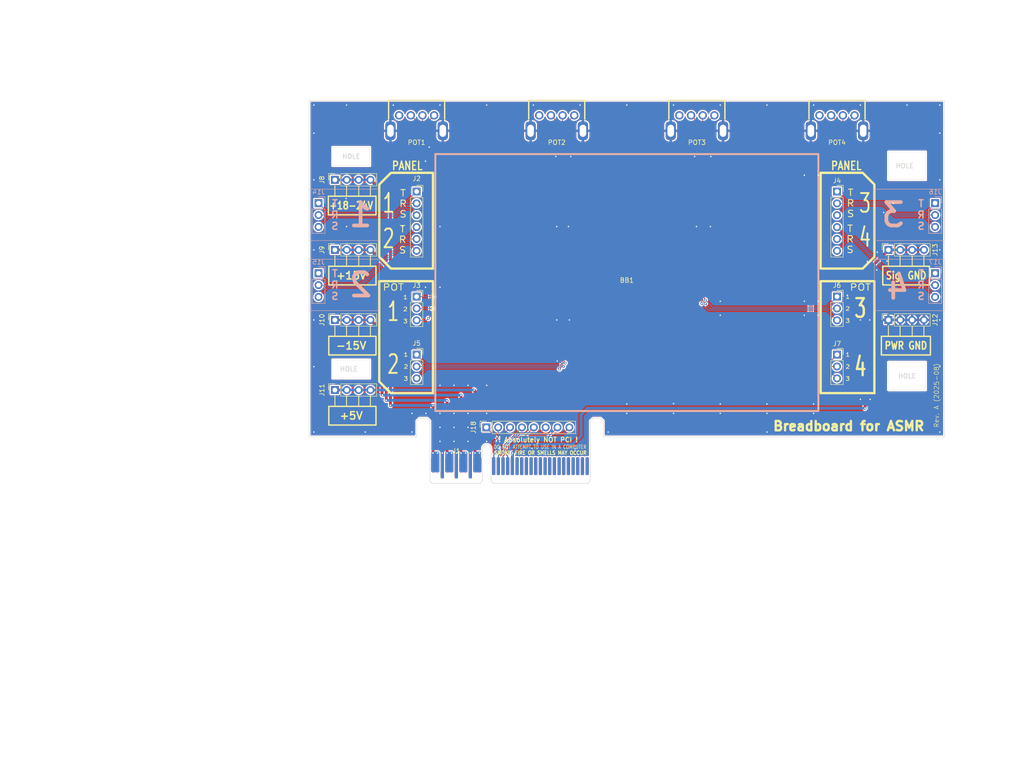
<source format=kicad_pcb>
(kicad_pcb (version 20241229) (generator "pcbnew") (generator_version "9.0")
  (title_block (title "Dream Land Prototyping PCB") (date "2025-09-09") (rev "A") (company "by Circuit Monkey") (comment 1 "for ASMR :: Advanced Synth Module Rack") (comment 2 "Prototyping Breadboard Slot Card for ASMR"))
  (layers (0 "F.Cu" signal) (2 "B.Cu" signal) (13 "F.Paste" user) (15 "B.Paste" user) (5 "F.SilkS" user "F.Silkscreen") (7 "B.SilkS" user "B.Silkscreen") (1 "F.Mask" user) (3 "B.Mask" user) (25 "Edge.Cuts" user))
  (net 0 "")
  (net 1 "+5V")
  (net 2 "+15V")
  (net 3 "GNDS")
  (net 4 "-15V")
  (net 18 "GND_CH")
  (net 20 "Net-(J1-Slot)")
  (net 39 "Net-(J3-Pin_2)")
  (net 40 "Net-(J3-Pin_3)")
  (net 41 "Net-(J3-Pin_1)")
  (net 42 "Net-(J5-Pin_1)")
  (net 43 "Net-(J5-Pin_2)")
  (net 44 "Net-(J5-Pin_3)")
  (net 45 "Net-(J6-Pin_1)")
  (net 46 "Net-(J6-Pin_3)")
  (net 47 "Net-(J6-Pin_2)")
  (net 48 "Net-(J7-Pin_3)")
  (net 49 "Net-(J7-Pin_2)")
  (net 50 "Net-(J7-Pin_1)")
  (net 51 "+18-24V")
  (net 52 "Net-(J15-Pin_2)")
  (net 53 "Net-(J15-Pin_1)")
  (net 54 "Net-(J15-Pin_3)")
  (net 55 "Net-(J14-Pin_3)")
  (net 56 "Net-(J14-Pin_1)")
  (net 57 "Net-(J14-Pin_2)")
  (net 58 "Net-(J17-Pin_1)")
  (net 59 "Net-(J16-Pin_3)")
  (net 60 "Net-(J17-Pin_2)")
  (net 61 "Net-(J16-Pin_1)")
  (net 62 "Net-(J17-Pin_3)")
  (net 63 "Net-(J16-Pin_2)")
  (net 64 "Net-(J1-ComB-SCK)")
  (net 65 "Net-(J1-ComB-SDA)")
  (net 66 "Net-(J1-CV)")
  (net 67 "Net-(J1-MIDI_IN)")
  (net 68 "Net-(J1-ComA-SCK)")
  (net 69 "Net-(J1-ComA-SDA)")
  (net 70 "Net-(J1-Gate)")
  (footprint "Connector_PinSocket_2.54mm:PinSocket_1x06_P2.54mm_Vertical" (layer "F.Cu") (at 195 62.5)
    (property "Reference" "J4")
    (property "Value" "Conn_01x06")
  )
  (footprint "Connector_PinSocket_2.54mm:PinSocket_1x03_P2.54mm_Vertical" (layer "F.Cu") (at 195 97.42)
    (property "Reference" "J7")
    (property "Value" "Conn_01x03")
  )
  (footprint "CM_Connector_Header:breadboard-84x55" (layer "F.Cu") (at 150 82)
    (property "Reference" "BB1")
    (property "Value" "Breadboard")
  )
  (footprint "Connector_PinSocket_2.54mm:PinSocket_1x04_P2.54mm_Vertical" (layer "F.Cu") (at 87.5 90 90)
    (property "Reference" "J10")
    (property "Value" "Conn_01x10")
  )
  (footprint "CM_Resistor_Capacitor:pot-thd-ra-11mm" (layer "F.Cu") (at 135 49.5 -90)
    (property "Reference" "POT2")
    (property "Value" "10K Log")
  )
  (footprint "Connector_PinSocket_2.54mm:PinSocket_1x06_P2.54mm_Vertical" (layer "F.Cu") (at 105 62.5)
    (property "Reference" "J2")
    (property "Value" "Conn_01x06")
  )
  (footprint "Connector_PinSocket_2.54mm:PinSocket_1x04_P2.54mm_Vertical" (layer "F.Cu") (at 206 75 90)
    (property "Reference" "J13")
    (property "Value" "Conn_01x10")
  )
  (footprint "Connector_PinSocket_2.54mm:PinSocket_1x03_P2.54mm_Vertical" (layer "F.Cu") (at 105 85)
    (property "Reference" "J3")
    (property "Value" "Conn_01x03")
  )
  (footprint "CM_Resistor_Capacitor:pot-thd-ra-11mm" (layer "F.Cu") (at 195 49.5 -90)
    (property "Reference" "POT4")
    (property "Value" "10K Log")
  )
  (footprint "Connector_PinSocket_2.54mm:PinSocket_1x03_P2.54mm_Vertical" (layer "F.Cu") (at 195 85)
    (property "Reference" "J6")
    (property "Value" "Conn_01x03")
  )
  (footprint "Connector_PinSocket_2.54mm:PinSocket_1x04_P2.54mm_Vertical" (layer "F.Cu") (at 206 90 90)
    (property "Reference" "J12")
    (property "Value" "Conn_01x10")
  )
  (footprint "Connector_PinSocket_2.54mm:PinSocket_1x04_P2.54mm_Vertical" (layer "F.Cu") (at 87.5 75 90)
    (property "Reference" "J9")
    (property "Value" "Conn_01x10")
  )
  (footprint "Connector_PinSocket_2.54mm:PinSocket_1x04_P2.54mm_Vertical" (layer "F.Cu") (at 87.5 60 90)
    (property "Reference" "J8")
    (property "Value" "Conn_01x10")
  )
  (footprint "CM_Resistor_Capacitor:pot-thd-ra-11mm" (layer "F.Cu") (at 165 49.5 -90)
    (property "Reference" "POT3")
    (property "Value" "10K Log")
  )
  (footprint "Connector_PinSocket_2.54mm:PinSocket_1x03_P2.54mm_Vertical" (layer "F.Cu") (at 105 97.42)
    (property "Reference" "J5")
    (property "Value" "Conn_01x03")
  )
  (footprint "Connector_PinSocket_2.54mm:PinSocket_1x08_P2.54mm_Vertical" (layer "F.Cu") (at 119.92 113 90)
    (property "Reference" "J18")
    (property "Value" "Conn_01x08")
  )
  (footprint "Connector_PinSocket_2.54mm:PinSocket_1x04_P2.54mm_Vertical" (layer "F.Cu") (at 87.5 105 90)
    (property "Reference" "J11")
    (property "Value" "Conn_01x10")
  )
  (footprint "CM_Connector_Edge:ASMR-Edge-64" (layer "F.Cu") (at 120 116.6)
    (property "Reference" "J1")
    (property "Value" "~")
    (fp_line (start -15 -5) (end -15 -1.6) (stroke (width 0.1)) (layer "Edge.Cuts"))
    (fp_line (start -14.4 -5.6) (end -15 -5) (stroke (width 0.1)) (layer "Edge.Cuts"))
    (fp_line (start -14.4 -5.6) (end -12.7 -5.6) (stroke (width 0.1)) (layer "Edge.Cuts"))
    (fp_line (start -12.7 -5.6) (end -12.15 -5) (stroke (width 0.1)) (layer "Edge.Cuts"))
    (fp_line (start -12.15 -5) (end -12.15 7.9) (stroke (width 0.1)) (layer "Edge.Cuts"))
    (fp_line (start -12.15 7.9) (end -11.65 8.4) (stroke (width 0.1)) (layer "Edge.Cuts"))
    (fp_line (start -11.65 8.4) (end -1.45 8.4) (stroke (width 0.1)) (layer "Edge.Cuts"))
    (fp_line (start -0.95 0.95) (end -0.95 7.9) (stroke (width 0.1)) (layer "Edge.Cuts"))
    (fp_line (start -0.95 7.9) (end -1.45 8.4) (stroke (width 0.1)) (layer "Edge.Cuts"))
    (fp_line (start 0.95 0.95) (end 0.95 7.9) (stroke (width 0.1)) (layer "Edge.Cuts"))
    (fp_line (start 0.95 7.9) (end 1.45 8.4) (stroke (width 0.1)) (layer "Edge.Cuts"))
    (fp_line (start 1.45 8.4) (end 21.65 8.4) (stroke (width 0.1)) (layer "Edge.Cuts"))
    (fp_line (start 22.15 -5) (end 22.15 7.9) (stroke (width 0.1)) (layer "Edge.Cuts"))
    (fp_line (start 22.15 -5) (end 22.8 -5.6) (stroke (width 0.1)) (layer "Edge.Cuts"))
    (fp_line (start 22.15 7.9) (end 21.65 8.4) (stroke (width 0.1)) (layer "Edge.Cuts"))
    (fp_line (start 22.8 -5.6) (end 24.4 -5.6) (stroke (width 0.1)) (layer "Edge.Cuts"))
    (fp_line (start 24.4 -5.6) (end 25 -5) (stroke (width 0.1)) (layer "Edge.Cuts"))
    (fp_line (start 25 -5) (end 25 -1.6) (stroke (width 0.1)) (layer "Edge.Cuts"))
    (fp_arc (start -0.95 0.95) (mid 0 0) (end 0.95 0.95) (stroke (width 0.1)) (layer "Edge.Cuts"))
  )
  (footprint "CM_Resistor_Capacitor:pot-thd-ra-11mm" (layer "F.Cu") (at 105 49.5 -90)
    (property "Reference" "POT1")
    (property "Value" "10K Log")
  )
  (footprint "Connector_PinHeader_2.54mm:PinHeader_1x03_P2.54mm_Vertical" (layer "B.Cu") (at 84 80 180)
    (property "Reference" "J15")
    (property "Value" "Conn_01x03" (hide yes))
  )
  (footprint "Connector_PinHeader_2.54mm:PinHeader_1x03_P2.54mm_Vertical" (layer "B.Cu") (at 84 65 180)
    (property "Reference" "J14")
    (property "Value" "Conn_01x03" (hide yes))
  )
  (footprint "Connector_PinHeader_2.54mm:PinHeader_1x03_P2.54mm_Vertical" (layer "B.Cu") (at 216 80 180)
    (property "Reference" "J17")
    (property "Value" "Conn_01x03" (hide yes))
  )
  (footprint "Connector_PinHeader_2.54mm:PinHeader_1x03_P2.54mm_Vertical" (layer "B.Cu") (at 216 65 180)
    (property "Reference" "J16")
    (property "Value" "Conn_01x03" (hide yes))
  )
  (gr_line (start 95.1 91.3) (end 95.1 93.5) (stroke (width 0.2)) (layer "F.SilkS"))
  (gr_line (start 87.5 106.3) (end 87.5 108.5) (stroke (width 0.2)) (layer "F.SilkS"))
  (gr_line (start 206 76.3) (end 206 78.5) (stroke (width 0.2)) (layer "F.SilkS"))
  (gr_line (start 95.1 76.3) (end 95.1 78.5) (stroke (width 0.2)) (layer "F.SilkS"))
  (gr_line (start 95.1 61.3) (end 95.1 63.5) (stroke (width 0.2)) (layer "F.SilkS"))
  (gr_rect (start 204.5 93.5) (end 215 97.5) (stroke (width 0.3)) (fill no) (layer "F.SilkS"))
  (gr_line (start 208.5 91.3) (end 208.5 93.5) (stroke (width 0.2)) (layer "F.SilkS"))
  (gr_line (start 92.61 76.33) (end 92.6 78.5) (stroke (width 0.2)) (layer "F.SilkS"))
  (gr_rect (start 86.2 93.5) (end 96.3 97.5) (stroke (width 0.3)) (fill no) (layer "F.SilkS"))
  (gr_line (start 213.6 91.3) (end 213.6 93.5) (stroke (width 0.2)) (layer "F.SilkS"))
  (gr_line (start 87.5 91.3) (end 87.5 93.5) (stroke (width 0.2)) (layer "F.SilkS"))
  (gr_poly (pts (xy 191.5 58.5) (xy 200.5 58.5) (xy 203 61) (xy 203 76.5) (xy 200.5 79) (xy 191.5 79)) (stroke (width 0.5)) (fill no) (layer "F.SilkS"))
  (gr_line (start 206 91.3) (end 206 93.5) (stroke (width 0.2)) (layer "F.SilkS"))
  (gr_line (start 92.61 61.33) (end 92.6 63.5) (stroke (width 0.2)) (layer "F.SilkS"))
  (gr_poly (pts (xy 108.5 81.7) (xy 97 81.7) (xy 97 103.2) (xy 99.46 105.66) (xy 108.5 105.66)) (stroke (width 0.5)) (fill no) (layer "F.SilkS"))
  (gr_line (start 213.6 76.3) (end 213.6 78.5) (stroke (width 0.2)) (layer "F.SilkS"))
  (gr_poly (pts (xy 191.5 81.7) (xy 203 81.7) (xy 203 105.66) (xy 191.5 105.66)) (stroke (width 0.5)) (fill no) (layer "F.SilkS"))
  (gr_line (start 211.1 91.33) (end 211.1 93.5) (stroke (width 0.2)) (layer "F.SilkS"))
  (gr_line (start 90 61.3) (end 90 63.5) (stroke (width 0.2)) (layer "F.SilkS"))
  (gr_rect (start 86.2 78.5) (end 96.3 82.5) (stroke (width 0.3)) (fill no) (layer "F.SilkS"))
  (gr_line (start 90 106.3) (end 90 108.5) (stroke (width 0.2)) (layer "F.SilkS"))
  (gr_line (start 90 76.3) (end 90 78.5) (stroke (width 0.2)) (layer "F.SilkS"))
  (gr_line (start 87.5 61.3) (end 87.5 63.5) (stroke (width 0.2)) (layer "F.SilkS"))
  (gr_line (start 92.61 106.33) (end 92.6 108.5) (stroke (width 0.2)) (layer "F.SilkS"))
  (gr_line (start 90 91.3) (end 90 93.5) (stroke (width 0.2)) (layer "F.SilkS"))
  (gr_rect (start 86.2 108.5) (end 96.3 112.5) (stroke (width 0.3)) (fill no) (layer "F.SilkS"))
  (gr_line (start 211.1 76.33) (end 211.1 78.5) (stroke (width 0.2)) (layer "F.SilkS"))
  (gr_rect (start 204.8 78.5) (end 214.8 82.5) (stroke (width 0.3)) (fill no) (layer "F.SilkS"))
  (gr_line (start 95.1 106.3) (end 95.1 108.5) (stroke (width 0.2)) (layer "F.SilkS"))
  (gr_poly (pts (xy 108.5 58.5) (xy 99.5 58.5) (xy 97 61) (xy 97 76.5) (xy 99.5 79) (xy 108.5 79)) (stroke (width 0.5)) (fill no) (layer "F.SilkS"))
  (gr_line (start 92.61 91.33) (end 92.6 93.5) (stroke (width 0.2)) (layer "F.SilkS"))
  (gr_line (start 208.5 76.3) (end 208.5 78.5) (stroke (width 0.2)) (layer "F.SilkS"))
  (gr_rect (start 86.1 63.5) (end 96.3 67.5) (stroke (width 0.3)) (fill no) (layer "F.SilkS"))
  (gr_line (start 87.5 76.3) (end 87.5 78.5) (stroke (width 0.2)) (layer "F.SilkS"))
  (gr_rect (start 109 54.5) (end 191 109.5) (stroke (width 0.4)) (fill no) (layer "B.SilkS"))
  (gr_rect (start 203 77) (end 218 88) (stroke (width 0.1)) (fill no) (layer "B.SilkS"))
  (gr_rect (start 82 77) (end 97 88) (stroke (width 0.1)) (fill no) (layer "B.SilkS"))
  (gr_rect (start 82 62) (end 97 73) (stroke (width 0.1)) (fill no) (layer "B.SilkS"))
  (gr_rect (start 203 62) (end 218 73) (stroke (width 0.1)) (fill no) (layer "B.SilkS"))
  (gr_line (start 218 43) (end 218 115) (stroke (width 0.1)) (layer "Edge.Cuts"))
  (gr_line (start 82 43) (end 218 43) (stroke (width 0.1)) (layer "Edge.Cuts"))
  (gr_rect (start 206 99) (end 214 105) (stroke (width 0.05)) (fill no) (layer "Edge.Cuts"))
  (gr_rect (start 87 98.5) (end 95 102.5) (stroke (width 0.05)) (fill no) (layer "Edge.Cuts"))
  (gr_line (start 105 115) (end 82 115) (stroke (width 0.1)) (layer "Edge.Cuts"))
  (gr_line (start 82 115) (end 82 43) (stroke (width 0.1)) (layer "Edge.Cuts"))
  (gr_rect (start 87 53) (end 95 57) (stroke (width 0.05)) (fill no) (layer "Edge.Cuts"))
  (gr_rect (start 206 54) (end 214 60) (stroke (width 0.05)) (fill no) (layer "Edge.Cuts"))
  (gr_line (start 218 115) (end 145 115) (stroke (width 0.1)) (layer "Edge.Cuts"))
  (gr_text "POT" (at 100 83 0) (layer "F.SilkS") (effects (font (size 1.4 1.6) (thickness 0.2) (bold yes))))
  (gr_text "+18-24V" (at 91 65.5 0) (layer "F.SilkS") (effects (font (size 1.6 1.3) (thickness 0.3) (bold yes))))
  (gr_text "+15V" (at 91 80.5 0) (layer "F.SilkS") (effects (font (size 1.6 1.6) (thickness 0.3) (bold yes))))
  (gr_text "SMOKE, FIRE OR SMELLS MAY OCCUR" (at 131.5 118.45 0) (layer "F.SilkS") (effects (font (size 0.8 0.7) (thickness 0.175) (bold yes))))
  (gr_text "4" (at 201 72.3 0) (layer "F.SilkS") (effects (font (size 4 2.6) (thickness 0.4))))
  (gr_text "POT" (at 200 83 0) (layer "F.SilkS") (effects (font (size 1.4 1.6) (thickness 0.2) (bold yes))))
  (gr_text "T\nR\nS" (at 197.8 72.7 0) (layer "F.SilkS") (effects (font (size 1.4 1.6) (thickness 0.2) (bold yes))))
  (gr_text "1" (at 99 65 0) (layer "F.SilkS") (effects (font (size 4 2.6) (thickness 0.4))))
  (gr_text "PANEL" (at 197 57 0) (layer "F.SilkS") (effects (font (size 1.8 1.4) (thickness 0.3) (bold yes))))
  (gr_text "T\nR\nS" (at 102 72.8 0) (layer "F.SilkS") (effects (font (size 1.4 1.6) (thickness 0.2) (bold yes))))
  (gr_text "! Absolutely NOT PCI !" (at 131 115.65 0) (layer "F.SilkS") (effects (font (size 1 1) (thickness 0.2) (bold yes))))
  (gr_text "1\n\n2\n\n3" (at 197.3 87.6 0) (layer "F.SilkS") (effects (font (size 0.8 1))))
  (gr_text "1\n\n2\n\n3" (at 197.3 100 0) (layer "F.SilkS") (effects (font (size 0.8 1))))
  (gr_text "+5V" (at 91 110.5 0) (layer "F.SilkS") (effects (font (size 1.6 1.6) (thickness 0.3) (bold yes))))
  (gr_text "2" (at 99 72.6 0) (layer "F.SilkS") (effects (font (size 4 2.6) (thickness 0.4))))
  (gr_text "PWR GND" (at 209.75 95.5 0) (layer "F.SilkS") (effects (font (size 1.6 1.3) (thickness 0.3) (bold yes))))
  (gr_text "T\nR\nS" (at 197.9 65 0) (layer "F.SilkS") (effects (font (size 1.4 1.6) (thickness 0.2) (bold yes))))
  (gr_text "Rev. A (2025-08)" (at 216.9 113.1 90) (layer "F.SilkS") (effects (font (size 1 1) (thickness 0.1)) (justify left bottom)))
  (gr_text "1" (at 100 88.2 0) (layer "F.SilkS") (effects (font (size 4 2.6) (thickness 0.4))))
  (gr_text "1\n\n2\n\n3" (at 102.6 87.7 0) (layer "F.SilkS") (effects (font (size 0.8 1))))
  (gr_text "Breadboard for ASMR" (at 197.5 113.9 0) (layer "F.SilkS") (effects (font (size 2 2) (thickness 0.5) (bold yes)) (justify bottom)))
  (gr_text "3" (at 200 87.5 0) (layer "F.SilkS") (effects (font (size 4 2.6) (thickness 0.5))))
  (gr_text "2" (at 100 99.5 0) (layer "F.SilkS") (effects (font (size 4 2.6) (thickness 0.4))))
  (gr_text "4" (at 200 100 0) (layer "F.SilkS") (effects (font (size 4 2.6) (thickness 0.5))))
  (gr_text "DO NOT ATTEMPT TO USE IN A COMPUTER" (at 131.45 117.2 0) (layer "F.SilkS") (effects (font (size 0.8 0.63) (thickness 0.1))))
  (gr_text "1\n\n2\n\n3" (at 102.7 100 0) (layer "F.SilkS") (effects (font (size 0.8 1))))
  (gr_text "3" (at 201 65 0) (layer "F.SilkS") (effects (font (size 4 2.6) (thickness 0.4))))
  (gr_text "-15V" (at 91 95.5 0) (layer "F.SilkS") (effects (font (size 1.6 1.6) (thickness 0.3) (bold yes))))
  (gr_text "T\nR\nS" (at 102.1 65.1 0) (layer "F.SilkS") (effects (font (size 1.4 1.6) (thickness 0.2) (bold yes))))
  (gr_text "PANEL" (at 103 57 0) (layer "F.SilkS") (effects (font (size 1.8 1.4) (thickness 0.3) (bold yes))))
  (gr_text "Sig. GND" (at 209.8 80.5 0) (layer "F.SilkS") (effects (font (size 1.6 1.3) (thickness 0.3) (bold yes))))
  (gr_text "3" (at 207 67.5 0) (layer "B.SilkS") (effects (font (size 5 5) (thickness 0.8) (bold yes)) (justify mirror)))
  (gr_text "T\nR\nS" (at 87.5 67.5 0) (layer "B.SilkS") (effects (font (size 1.5 1.5) (thickness 0.3) (bold yes)) (justify mirror)))
  (gr_text "4" (at 208 83 0) (layer "B.SilkS") (effects (font (size 5 5) (thickness 0.8) (bold yes)) (justify mirror)))
  (gr_text "1" (at 93 67.5 0) (layer "B.SilkS") (effects (font (size 5 5) (thickness 0.8) (bold yes)) (justify mirror)))
  (gr_text "T\nR\nS" (at 87.5 82.5 0) (layer "B.SilkS") (effects (font (size 1.5 1.5) (thickness 0.3) (bold yes)) (justify mirror)))
  (gr_text "T\nR\nS" (at 213 82.5 0) (layer "B.SilkS") (effects (font (size 1.5 1.5) (thickness 0.3) (bold yes)) (justify mirror)))
  (gr_text "T\nR\nS" (at 213 67.5 0) (layer "B.SilkS") (effects (font (size 1.5 1.5) (thickness 0.3) (bold yes)) (justify mirror)))
  (gr_text "2" (at 93 82.5 0) (layer "B.SilkS") (effects (font (size 5 5) (thickness 0.8) (bold yes)) (justify mirror)))
  (gr_text "HOLE" (at 91 55 0) (layer "Edge.Cuts") (effects (font (size 1 1))))
  (gr_text "HOLE" (at 210 102 0) (layer "Edge.Cuts") (effects (font (size 1 1))))
  (gr_text "HOLE" (at 209.5 57 0) (layer "Edge.Cuts") (effects (font (size 1 1))))
  (gr_text "HOLE" (at 90.5 100.5 0) (layer "Edge.Cuts") (effects (font (size 1 1))))
  (segment (start 118.5 121) (end 118.5 118.55) (width 0.4) (layer "F.Cu") (net 1))
  (segment (start 118.5 118.55) (end 118.45 118.5) (width 0.4) (layer "F.Cu") (net 1))
  (segment (start 117.5 105.2) (end 117.3 105) (width 0.6) (layer "F.Cu") (net 1))
  (segment (start 117.5 121) (end 117.5 105.2) (width 0.6) (layer "F.Cu") (net 1))
  (segment (start 118.45 118.5) (end 117.5 118.5) (width 0.4) (layer "F.Cu") (net 1))
  (via (at 117.3 105) (size 0.6) (drill 0.3) (layers "F.Cu" "B.Cu") (net 1))
  (via (at 118.45 118.5) (size 0.6) (drill 0.3) (layers "F.Cu" "B.Cu") (net 1))
  (via (at 117.5 118.5) (size 0.6) (drill 0.3) (layers "F.Cu" "B.Cu") (net 1))
  (segment (start 90.04 105) (end 92.58 105) (width 0.6) (layer "B.Cu") (net 1))
  (segment (start 95.12 105) (end 117.3 105) (width 0.6) (layer "B.Cu") (net 1))
  (segment (start 92.58 105) (end 95.12 105) (width 0.6) (layer "B.Cu") (net 1))
  (segment (start 118.45 118.5) (end 118.45 120.95) (width 0.4) (layer "B.Cu") (net 1))
  (segment (start 87.5 105) (end 90.04 105) (width 0.6) (layer "B.Cu") (net 1))
  (segment (start 118.45 120.95) (end 118.5 121) (width 0.4) (layer "B.Cu") (net 1))
  (segment (start 117.5 121) (end 117.5 118.5) (width 0.6) (layer "B.Cu") (net 1))
  (segment (start 118.5 118.55) (end 118.45 118.5) (width 0.4) (layer "B.Cu") (net 1))
  (segment (start 95.12 75) (end 98.5 78.38) (width 0.6) (layer "F.Cu") (net 2))
  (segment (start 98.5 78.38) (end 98.5 107.2) (width 0.6) (layer "F.Cu") (net 2))
  (segment (start 111.5 121) (end 111.5 118.5) (width 0.6) (layer "F.Cu") (net 2))
  (segment (start 111.5 118.5) (end 111.5 107.3) (width 0.6) (layer "F.Cu") (net 2))
  (segment (start 112.5 121) (end 112.5 118.5) (width 0.6) (layer "F.Cu") (net 2))
  (segment (start 112.5 118.5) (end 111.5 118.5) (width 0.6) (layer "F.Cu") (net 2))
  (via (at 111.5 107.3) (size 0.6) (drill 0.3) (layers "F.Cu" "B.Cu") (net 2))
  (via (at 111.5 118.5) (size 0.6) (drill 0.3) (layers "F.Cu" "B.Cu") (net 2))
  (via (at 98.5 107.2) (size 0.6) (drill 0.3) (layers "F.Cu" "B.Cu") (net 2))
  (via (at 112.5 118.5) (size 0.6) (drill 0.3) (layers "F.Cu" "B.Cu") (net 2))
  (segment (start 90.04 75) (end 87.5 75) (width 0.6) (layer "B.Cu") (net 2))
  (segment (start 95.12 75) (end 92.58 75) (width 0.6) (layer "B.Cu") (net 2))
  (segment (start 92.58 75) (end 90.04 75) (width 0.6) (layer "B.Cu") (net 2))
  (segment (start 112.5 121) (end 112.5 118.5) (width 0.6) (layer "B.Cu") (net 2))
  (segment (start 111.4 107.2) (end 111.5 107.3) (width 0.6) (layer "B.Cu") (net 2))
  (segment (start 98.5 107.2) (end 111.4 107.2) (width 0.6) (layer "B.Cu") (net 2))
  (segment (start 111.5 121) (end 111.5 118.5) (width 0.6) (layer "B.Cu") (net 2))
  (segment (start 125.5 118.5) (end 125.5 121.3) (width 0.6) (layer "F.Cu") (net 3))
  (segment (start 201 108.9) (end 201 80) (width 0.6) (layer "F.Cu") (net 3))
  (segment (start 201 80) (end 206 75) (width 0.6) (layer "F.Cu") (net 3))
  (via (at 201 108.9) (size 0.6) (drill 0.3) (layers "F.Cu" "B.Cu") (net 3))
  (via (at 125.5 118.5) (size 0.6) (drill 0.3) (layers "F.Cu" "B.Cu") (net 3))
  (segment (start 125.5 118.5) (end 125.5 121.3) (width 0.6) (layer "B.Cu") (net 3))
  (segment (start 138.4 116.6) (end 140.2 114.8) (width 0.6) (layer "B.Cu") (net 3))
  (segment (start 206 75) (end 208.54 75) (width 0.6) (layer "B.Cu") (net 3))
  (segment (start 208.54 75) (end 211.08 75) (width 0.6) (layer "B.Cu") (net 3))
  (segment (start 213.62 75) (end 211.08 75) (width 0.6) (layer "B.Cu") (net 3))
  (segment (start 125.5 118.5) (end 127.4 116.6) (width 0.6) (layer "B.Cu") (net 3))
  (segment (start 127.4 116.6) (end 138.4 116.6) (width 0.6) (layer "B.Cu") (net 3))
  (segment (start 141.6 108.9) (end 201 108.9) (width 0.6) (layer "B.Cu") (net 3))
  (segment (start 140.2 114.8) (end 140.2 110.3) (width 0.6) (layer "B.Cu") (net 3))
  (segment (start 140.2 110.3) (end 141.6 108.9) (width 0.6) (layer "B.Cu") (net 3))
  (segment (start 97.6 92.48) (end 97.6 106) (width 0.6) (layer "F.Cu") (net 4))
  (segment (start 95.12 90) (end 97.6 92.48) (width 0.6) (layer "F.Cu") (net 4))
  (segment (start 115.5 118.5) (end 114.5 118.5) (width 0.6) (layer "F.Cu") (net 4))
  (segment (start 115.5 121) (end 115.5 118.5) (width 0.6) (layer "F.Cu") (net 4))
  (segment (start 114.5 121) (end 114.5 118.5) (width 0.6) (layer "F.Cu") (net 4))
  (segment (start 114.5 106.1) (end 114.5 118.5) (width 0.6) (layer "F.Cu") (net 4))
  (segment (start 97.6 106) (end 97.7 106.1) (width 0.6) (layer "F.Cu") (net 4))
  (via (at 114.5 118.5) (size 0.6) (drill 0.3) (layers "F.Cu" "B.Cu") (net 4))
  (via (at 114.5 106.1) (size 0.6) (drill 0.3) (layers "F.Cu" "B.Cu") (net 4))
  (via (at 97.7 106.1) (size 0.6) (drill 0.3) (layers "F.Cu" "B.Cu") (net 4))
  (via (at 115.5 118.5) (size 0.6) (drill 0.3) (layers "F.Cu" "B.Cu") (net 4))
  (segment (start 114.5 121) (end 114.5 118.5) (width 0.6) (layer "B.Cu") (net 4))
  (segment (start 90.04 90) (end 92.58 90) (width 0.6) (layer "B.Cu") (net 4))
  (segment (start 115.5 121) (end 115.5 118.5) (width 0.6) (layer "B.Cu") (net 4))
  (segment (start 97.7 106.1) (end 114.5 106.1) (width 0.6) (layer "B.Cu") (net 4))
  (segment (start 92.58 90) (end 95.12 90) (width 0.6) (layer "B.Cu") (net 4))
  (segment (start 87.5 90) (end 90.04 90) (width 0.6) (layer "B.Cu") (net 4))
  (via (at 106.9 56) (size 0.6) (drill 0.3) (layers "F.Cu" "B.Cu") (net 18))
  (via (at 116 113) (size 0.6) (drill 0.3) (layers "F.Cu" "B.Cu") (net 18))
  (via (at 160 107.9) (size 0.6) (drill 0.3) (layers "F.Cu" "B.Cu") (net 18))
  (via (at 113 113) (size 0.6) (drill 0.3) (layers "F.Cu" "B.Cu") (net 18))
  (via (at 83 60) (size 0.6) (drill 0.3) (layers "F.Cu" "B.Cu") (net 18))
  (via (at 83 75) (size 0.6) (drill 0.3) (layers "F.Cu" "B.Cu") (net 18))
  (via (at 180 108) (size 0.6) (drill 0.3) (layers "F.Cu" "B.Cu") (net 18))
  (via (at 180 114) (size 0.6) (drill 0.3) (layers "F.Cu" "B.Cu") (net 18))
  (via (at 120 110) (size 0.6) (drill 0.3) (layers "F.Cu" "B.Cu") (net 18))
  (via (at 203.6 75.5) (size 0.6) (drill 0.3) (layers "F.Cu" "B.Cu") (net 18))
  (via (at 217 50) (size 0.6) (drill 0.3) (layers "F.Cu" "B.Cu") (net 18))
  (via (at 102 70) (size 0.6) (drill 0.3) (layers "F.Cu" "B.Cu") (net 18))
  (via (at 120 116) (size 0.6) (drill 0.3) (layers "F.Cu" "B.Cu") (net 18))
  (via (at 191 89) (size 0.6) (drill 0.3) (layers "F.Cu" "B.Cu") (net 18))
  (via (at 120 44) (size 0.6) (drill 0.3) (layers "F.Cu" "B.Cu") (net 18))
  (via (at 137.5 70) (size 0.6) (drill 0.3) (layers "F.Cu" "B.Cu") (net 18))
  (via (at 110 116) (size 0.6) (drill 0.3) (layers "F.Cu" "B.Cu") (net 18))
  (via (at 202.1 107) (size 0.6) (drill 0.3) (layers "F.Cu" "B.Cu") (net 18))
  (via (at 107.7 53) (size 0.6) (drill 0.3) (layers "F.Cu" "B.Cu") (net 18))
  (via (at 110 83) (size 0.6) (drill 0.3) (layers "F.Cu" "B.Cu") (net 18))
  (via (at 110 113) (size 0.6) (drill 0.3) (layers "F.Cu" "B.Cu") (net 18))
  (via (at 135.1 98.8) (size 0.6) (drill 0.3) (layers "F.Cu" "B.Cu") (net 18))
  (via (at 138 55) (size 0.6) (drill 0.3) (layers "F.Cu" "B.Cu") (net 18))
  (via (at 137.7 90) (size 0.6) (drill 0.3) (layers "F.Cu" "B.Cu") (net 18))
  (via (at 83 114) (size 0.6) (drill 0.3) (layers "F.Cu" "B.Cu") (net 18))
  (via (at 200 107) (size 0.6) (drill 0.3) (layers "F.Cu" "B.Cu") (net 18))
  (via (at 167.9 70) (size 0.6) (drill 0.3) (layers "F.Cu" "B.Cu") (net 18))
  (via (at 201.5 77.5) (size 0.6) (drill 0.3) (layers "F.Cu" "B.Cu") (net 18))
  (via (at 207.1 65) (size 0.6) (drill 0.3) (layers "F.Cu" "B.Cu") (net 18))
  (via (at 90 80) (size 0.6) (drill 0.3) (layers "F.Cu" "B.Cu") (net 18))
  (via (at 190 108) (size 0.6) (drill 0.3) (layers "F.Cu" "B.Cu") (net 18))
  (via (at 188 86) (size 0.6) (drill 0.3) (layers "F.Cu" "B.Cu") (net 18))
  (via (at 217 44) (size 0.6) (drill 0.3) (layers "F.Cu" "B.Cu") (net 18))
  (via (at 83 44) (size 0.6) (drill 0.3) (layers "F.Cu" "B.Cu") (net 18))
  (via (at 217 100) (size 0.6) (drill 0.3) (layers "F.Cu" "B.Cu") (net 18))
  (via (at 116 116) (size 0.6) (drill 0.3) (layers "F.Cu" "B.Cu") (net 18))
  (via (at 217 60) (size 0.6) (drill 0.3) (layers "F.Cu" "B.Cu") (net 18))
  (via (at 110 104) (size 0.6) (drill 0.3) (layers "F.Cu" "B.Cu") (net 18))
  (via (at 160 110) (size 0.6) (drill 0.3) (layers "F.Cu" "B.Cu") (net 18))
  (via (at 140 44) (size 0.6) (drill 0.3) (layers "F.Cu" "B.Cu") (net 18))
  (via (at 170 86) (size 0.6) (drill 0.3) (layers "F.Cu" "B.Cu") (net 18))
  (via (at 188 59) (size 0.6) (drill 0.3) (layers "F.Cu" "B.Cu") (net 18))
  (via (at 160 44) (size 0.6) (drill 0.3) (layers "F.Cu" "B.Cu") (net 18))
  (via (at 188 89) (size 0.6) (drill 0.3) (layers "F.Cu" "B.Cu") (net 18))
  (via (at 138.9 117.6) (size 0.6) (drill 0.3) (layers "F.Cu" "B.Cu") (net 18))
  (via (at 135 90) (size 0.6) (drill 0.3) (layers "F.Cu" "B.Cu") (net 18))
  (via (at 191 86) (size 0.6) (drill 0.3) (layers "F.Cu" "B.Cu") (net 18))
  (via (at 170 110) (size 0.6) (drill 0.3) (layers "F.Cu" "B.Cu") (net 18))
  (via (at 150 110) (size 0.6) (drill 0.3) (layers "F.Cu" "B.Cu") (net 18))
  (via (at 180 110) (size 0.6) (drill 0.3) (layers "F.Cu" "B.Cu") (net 18))
  (via (at 170 89) (size 0.6) (drill 0.3) (layers "F.Cu" "B.Cu") (net 18))
  (via (at 89.9 64) (size 0.6) (drill 0.3) (layers "F.Cu" "B.Cu") (net 18))
  (via (at 203.5 79.3) (size 0.6) (drill 0.3) (layers "F.Cu" "B.Cu") (net 18))
  (via (at 190 110) (size 0.6) (drill 0.3) (layers "F.Cu" "B.Cu") (net 18))
  (via (at 110 110) (size 0.6) (drill 0.3) (layers "F.Cu" "B.Cu") (net 18))
  (via (at 168 55) (size 0.6) (drill 0.3) (layers "F.Cu" "B.Cu") (net 18))
  (via (at 170 108) (size 0.6) (drill 0.3) (layers "F.Cu" "B.Cu") (net 18))
  (via (at 110 44) (size 0.6) (drill 0.3) (layers "F.Cu" "B.Cu") (net 18))
  (via (at 113.5 118.5) (size 0.6) (drill 0.3) (layers "F.Cu" "B.Cu") (net 18))
  (via (at 205 67) (size 0.6) (drill 0.3) (layers "F.Cu" "B.Cu") (net 18))
  (via (at 200 90) (size 0.6) (drill 0.3) (layers "F.Cu" "B.Cu") (net 18))
  (via (at 202 90) (size 0.6) (drill 0.3) (layers "F.Cu" "B.Cu") (net 18))
  (via (at 180 44) (size 0.6) (drill 0.3) (layers "F.Cu" "B.Cu") (net 18))
  (via (at 94 114) (size 0.6) (drill 0.3) (layers "F.Cu" "B.Cu") (net 18))
  (via (at 146 114) (size 0.6) (drill 0.3) (layers "F.Cu" "B.Cu") (net 18))
  (via (at 104 110) (size 0.6) (drill 0.3) (layers "F.Cu" "B.Cu") (net 18))
  (via (at 107 110) (size 0.6) (drill 0.3) (layers "F.Cu" "B.Cu") (net 18))
  (via (at 129.7 117.5) (size 0.6) (drill 0.3) (layers "F.Cu" "B.Cu") (net 18))
  (via (at 135 70) (size 0.6) (drill 0.3) (layers "F.Cu" "B.Cu") (net 18))
  (via (at 134.8 55) (size 0.6) (drill 0.3) (layers "F.Cu" "B.Cu") (net 18))
  (via (at 150 44) (size 0.6) (drill 0.3) (layers "F.Cu" "B.Cu") (net 18))
  (via (at 170 44) (size 0.6) (drill 0.3) (layers "F.Cu" "B.Cu") (net 18))
  (via (at 217 90) (size 0.6) (drill 0.3) (layers "F.Cu" "B.Cu") (net 18))
  (via (at 90 44) (size 0.6) (drill 0.3) (layers "F.Cu" "B.Cu") (net 18))
  (via (at 116.5 118.5) (size 0.6) (drill 0.3) (layers "F.Cu" "B.Cu") (net 18))
  (via (at 100 44) (size 0.6) (drill 0.3) (layers "F.Cu" "B.Cu") (net 18))
  (via (at 191 59) (size 0.6) (drill 0.3) (layers "F.Cu" "B.Cu") (net 18))
  (via (at 83 100) (size 0.6) (drill 0.3) (layers "F.Cu" "B.Cu") (net 18))
  (via (at 200 44) (size 0.6) (drill 0.3) (layers "F.Cu" "B.Cu") (net 18))
  (via (at 113 116) (size 0.6) (drill 0.3) (layers "F.Cu" "B.Cu") (net 18))
  (via (at 113 104) (size 0.6) (drill 0.3) (layers "F.Cu" "B.Cu") (net 18))
  (via (at 190 44) (size 0.6) (drill 0.3) (layers "F.Cu" "B.Cu") (net 18))
  (via (at 130 44) (size 0.6) (drill 0.3) (layers "F.Cu" "B.Cu") (net 18))
  (via (at 110.5 118.5) (size 0.6) (drill 0.3) (layers "F.Cu" "B.Cu") (net 18))
  (via (at 210 44) (size 0.6) (drill 0.3) (layers "F.Cu" "B.Cu") (net 18))
  (via (at 120 104) (size 0.6) (drill 0.3) (layers "F.Cu" "B.Cu") (net 18))
  (via (at 110 70) (size 0.6) (drill 0.3) (layers "F.Cu" "B.Cu") (net 18))
  (via (at 205.7 77.4) (size 0.6) (drill 0.3) (layers "F.Cu" "B.Cu") (net 18))
  (via (at 83 90) (size 0.6) (drill 0.3) (layers "F.Cu" "B.Cu") (net 18))
  (via (at 116 110) (size 0.6) (drill 0.3) (layers "F.Cu" "B.Cu") (net 18))
  (via (at 164.5 55) (size 0.6) (drill 0.3) (layers "F.Cu" "B.Cu") (net 18))
  (via (at 116 104) (size 0.6) (drill 0.3) (layers "F.Cu" "B.Cu") (net 18))
  (via (at 217 75) (size 0.6) (drill 0.3) (layers "F.Cu" "B.Cu") (net 18))
  (via (at 104 114) (size 0.6) (drill 0.3) (layers "F.Cu" "B.Cu") (net 18))
  (via (at 217 114) (size 0.6) (drill 0.3) (layers "F.Cu" "B.Cu") (net 18))
  (via (at 106.9 83) (size 0.6) (drill 0.3) (layers "F.Cu" "B.Cu") (net 18))
  (via (at 83 50) (size 0.6) (drill 0.3) (layers "F.Cu" "B.Cu") (net 18))
  (via (at 90 70) (size 0.6) (drill 0.3) (layers "F.Cu" "B.Cu") (net 18))
  (via (at 113 110) (size 0.6) (drill 0.3) (layers "F.Cu" "B.Cu") (net 18))
  (via (at 164.9 70) (size 0.6) (drill 0.3) (layers "F.Cu" "B.Cu") (net 18))
  (via (at 150 108) (size 0.6) (drill 0.3) (layers "F.Cu" "B.Cu") (net 18))
  (segment (start 121.551 116.049) (end 121.551 121.249) (width 0.2) (layer "B.Cu") (net 20))
  (segment (start 122.46 113) (end 122.46 115.14) (width 0.2) (layer "B.Cu") (net 20))
  (segment (start 122.46 115.14) (end 121.551 116.049) (width 0.2) (layer "B.Cu") (net 20))
  (segment (start 106.25 53.496038) (end 106.25 46.2) (width 0.16) (layer "F.Cu") (net 39))
  (segment (start 108.121 86.861) (end 108.121 55.367037) (width 0.16) (layer "F.Cu") (net 39))
  (segment (start 108.34 87.54) (end 108.34 87.08) (width 0.16) (layer "F.Cu") (net 39))
  (segment (start 108.34 87.08) (end 108.121 86.861) (width 0.16) (layer "F.Cu") (net 39))
  (segment (start 108.121 55.367037) (end 106.25 53.496038) (width 0.16) (layer "F.Cu") (net 39))
  (via (at 108.34 87.54) (size 0.6) (drill 0.3) (layers "F.Cu" "B.Cu") (net 39))
  (segment (start 105 87.54) (end 108.34 87.54) (width 0.16) (layer "B.Cu") (net 39))
  (segment (start 105.929 53.629) (end 105.929 48.379) (width 0.16) (layer "F.Cu") (net 40))
  (segment (start 107.8 55.5) (end 105.929 53.629) (width 0.16) (layer "F.Cu") (net 40))
  (segment (start 107.8 89.4) (end 107.8 55.5) (width 0.16) (layer "F.Cu") (net 40))
  (segment (start 105.929 48.379) (end 103.75 46.2) (width 0.16) (layer "F.Cu") (net 40))
  (segment (start 107.5 89.7) (end 107.8 89.4) (width 0.16) (layer "F.Cu") (net 40))
  (via (at 107.5 89.7) (size 0.6) (drill 0.3) (layers "F.Cu" "B.Cu") (net 40))
  (segment (start 107.5 89.7) (end 107.12 90.08) (width 0.16) (layer "B.Cu") (net 40))
  (segment (start 107.12 90.08) (end 105 90.08) (width 0.16) (layer "B.Cu") (net 40))
  (segment (start 108.442 55.234075) (end 106.571 53.363074) (width 0.16) (layer "F.Cu") (net 41))
  (segment (start 108.661 84.561) (end 108.442 84.342) (width 0.16) (layer "F.Cu") (net 41))
  (segment (start 106.571 53.363074) (end 106.571 48.379) (width 0.16) (layer "F.Cu") (net 41))
  (segment (start 108.442 84.342) (end 108.442 55.234075) (width 0.16) (layer "F.Cu") (net 41))
  (segment (start 108.661 85) (end 108.661 84.561) (width 0.16) (layer "F.Cu") (net 41))
  (segment (start 106.571 48.379) (end 108.75 46.2) (width 0.16) (layer "F.Cu") (net 41))
  (via (at 108.661 85) (size 0.6) (drill 0.3) (layers "F.Cu" "B.Cu") (net 41))
  (segment (start 105 85) (end 108.661 85) (width 0.16) (layer "B.Cu") (net 41))
  (segment (start 136.571 48.379) (end 138.75 46.2) (width 0.16) (layer "F.Cu") (net 42))
  (segment (start 136.571 99.002391) (end 136.571 48.379) (width 0.16) (layer "F.Cu") (net 42))
  (segment (start 136.79 99.221391) (end 136.571 99.002391) (width 0.16) (layer "F.Cu") (net 42))
  (via (at 136.79 99.221391) (size 0.6) (drill 0.3) (layers "F.Cu" "B.Cu") (net 42))
  (segment (start 107.219 99.639) (end 105 97.42) (width 0.16) (layer "B.Cu") (net 42))
  (segment (start 136.278609 99.221391) (end 135.861 99.639) (width 0.16) (layer "B.Cu") (net 42))
  (segment (start 136.79 99.221391) (end 136.278609 99.221391) (width 0.16) (layer "B.Cu") (net 42))
  (segment (start 135.861 99.639) (end 107.219 99.639) (width 0.16) (layer "B.Cu") (net 42))
  (segment (start 136.25 99.77) (end 136.25 46.2) (width 0.16) (layer "F.Cu") (net 43))
  (segment (start 136.44 99.96) (end 136.25 99.77) (width 0.16) (layer "F.Cu") (net 43))
  (via (at 136.44 99.96) (size 0.6) (drill 0.3) (layers "F.Cu" "B.Cu") (net 43))
  (segment (start 136.44 99.96) (end 105 99.96) (width 0.16) (layer "B.Cu") (net 43))
  (segment (start 135.6 100.5) (end 135.899 100.201) (width 0.16) (layer "F.Cu") (net 44))
  (segment (start 135.899 100.201) (end 135.899 99.73591) (width 0.16) (layer "F.Cu") (net 44))
  (segment (start 135.929 48.379) (end 133.75 46.2) (width 0.16) (layer "F.Cu") (net 44))
  (segment (start 135.929 99.70591) (end 135.929 48.379) (width 0.16) (layer "F.Cu") (net 44))
  (segment (start 135.899 99.73591) (end 135.929 99.70591) (width 0.16) (layer "F.Cu") (net 44))
  (via (at 135.6 100.5) (size 0.6) (drill 0.3) (layers "F.Cu" "B.Cu") (net 44))
  (segment (start 135.381 100.281) (end 107.219 100.281) (width 0.16) (layer "B.Cu") (net 44))
  (segment (start 135.6 100.5) (end 135.381 100.281) (width 0.16) (layer "B.Cu") (net 44))
  (segment (start 107.219 100.281) (end 105 102.5) (width 0.16) (layer "B.Cu") (net 44))
  (segment (start 166.796871 85.733194) (end 166.6 85.536323) (width 0.16) (layer "F.Cu") (net 45))
  (segment (start 166.6 85.536323) (end 166.6 48.35) (width 0.16) (layer "F.Cu") (net 45))
  (segment (start 166.6 48.35) (end 168.75 46.2) (width 0.16) (layer "F.Cu") (net 45))
  (via (at 166.796871 85.733194) (size 0.6) (drill 0.3) (layers "F.Cu" "B.Cu") (net 45))
  (segment (start 168.379 87.279) (end 192.721 87.279) (width 0.16) (layer "B.Cu") (net 45))
  (segment (start 166.796871 85.733194) (end 166.833194 85.733194) (width 0.16) (layer "B.Cu") (net 45))
  (segment (start 192.721 87.279) (end 195 85) (width 0.16) (layer "B.Cu") (net 45))
  (segment (start 166.833194 85.733194) (end 168.379 87.279) (width 0.16) (layer "B.Cu") (net 45))
  (segment (start 165.929 48.379) (end 163.75 46.2) (width 0.16) (layer "F.Cu") (net 46))
  (segment (start 165.929 86.392677) (end 165.929 48.379) (width 0.16) (layer "F.Cu") (net 46))
  (segment (start 166.03816 86.501837) (end 165.929 86.392677) (width 0.16) (layer "F.Cu") (net 46))
  (via (at 166.03816 86.501837) (size 0.6) (drill 0.3) (layers "F.Cu" "B.Cu") (net 46))
  (segment (start 192.841 87.921) (end 195 90.08) (width 0.16) (layer "B.Cu") (net 46))
  (segment (start 167.457323 87.921) (end 192.841 87.921) (width 0.16) (layer "B.Cu") (net 46))
  (segment (start 166.03816 86.501837) (end 167.457323 87.921) (width 0.16) (layer "B.Cu") (net 46))
  (segment (start 166.25 85.95) (end 166.25 46.2) (width 0.16) (layer "F.Cu") (net 47))
  (segment (start 166.8 86.5) (end 166.25 85.95) (width 0.16) (layer "F.Cu") (net 47))
  (via (at 166.8 86.5) (size 0.6) (drill 0.3) (layers "F.Cu" "B.Cu") (net 47))
  (segment (start 195 87.54) (end 194.94 87.6) (width 0.16) (layer "B.Cu") (net 47))
  (segment (start 167.9 87.6) (end 166.8 86.5) (width 0.16) (layer "B.Cu") (net 47))
  (segment (start 194.94 87.6) (end 167.9 87.6) (width 0.16) (layer "B.Cu") (net 47))
  (segment (start 195 102.5) (end 192.781 100.281) (width 0.16) (layer "F.Cu") (net 48))
  (segment (start 191.227037 100.281) (end 189.058 98.111963) (width 0.16) (layer "F.Cu") (net 48))
  (segment (start 192.781 100.281) (end 191.227037 100.281) (width 0.16) (layer "F.Cu") (net 48))
  (segment (start 189.058 98.111963) (end 189.058 58.634075) (width 0.16) (layer "F.Cu") (net 48))
  (segment (start 189.058 58.634075) (end 195.929 51.763075) (width 0.16) (layer "F.Cu") (net 48))
  (segment (start 195.929 51.763075) (end 195.929 48.379) (width 0.16) (layer "F.Cu") (net 48))
  (segment (start 195.929 48.379) (end 193.75 46.2) (width 0.16) (layer "F.Cu") (net 48))
  (segment (start 189.379 58.767038) (end 189.379 97.979) (width 0.16) (layer "F.Cu") (net 49))
  (segment (start 189.379 97.979) (end 191.36 99.96) (width 0.16) (layer "F.Cu") (net 49))
  (segment (start 196.25 46.2) (end 196.25 51.896038) (width 0.16) (layer "F.Cu") (net 49))
  (segment (start 196.25 51.896038) (end 189.379 58.767038) (width 0.16) (layer "F.Cu") (net 49))
  (segment (start 191.36 99.96) (end 195 99.96) (width 0.16) (layer "F.Cu") (net 49))
  (segment (start 189.7 97.846038) (end 191.492962 99.639) (width 0.16) (layer "F.Cu") (net 50))
  (segment (start 196.571 52.029) (end 189.7 58.9) (width 0.16) (layer "F.Cu") (net 50))
  (segment (start 196.571 48.379) (end 196.571 52.029) (width 0.16) (layer "F.Cu") (net 50))
  (segment (start 192.781 99.639) (end 195 97.42) (width 0.16) (layer "F.Cu") (net 50))
  (segment (start 198.75 46.2) (end 196.571 48.379) (width 0.16) (layer "F.Cu") (net 50))
  (segment (start 189.7 58.9) (end 189.7 97.846038) (width 0.16) (layer "F.Cu") (net 50))
  (segment (start 191.492962 99.639) (end 192.781 99.639) (width 0.16) (layer "F.Cu") (net 50))
  (segment (start 95.12 60) (end 99.4 64.28) (width 0.6) (layer "F.Cu") (net 51))
  (segment (start 109.5 118.5) (end 108.5 118.5) (width 0.6) (layer "F.Cu") (net 51))
  (segment (start 99.4 64.28) (end 99.4 108.3) (width 0.6) (layer "F.Cu") (net 51))
  (segment (start 108.5 118.5) (end 108.5 108.3) (width 0.6) (layer "F.Cu") (net 51))
  (segment (start 109.5 121) (end 109.5 118.5) (width 0.6) (layer "F.Cu") (net 51))
  (segment (start 108.5 121) (end 108.5 118.5) (width 0.6) (layer "F.Cu") (net 51))
  (via (at 99.4 108.3) (size 0.6) (drill 0.3) (layers "F.Cu" "B.Cu") (net 51))
  (via (at 108.5 118.5) (size 0.6) (drill 0.3) (layers "F.Cu" "B.Cu") (net 51))
  (via (at 108.5 108.3) (size 0.6) (drill 0.3) (layers "F.Cu" "B.Cu") (net 51))
  (via (at 109.5 118.5) (size 0.6) (drill 0.3) (layers "F.Cu" "B.Cu") (net 51))
  (segment (start 87.5 60) (end 90.04 60) (width 0.6) (layer "B.Cu") (net 51))
  (segment (start 92.58 60) (end 95.12 60) (width 0.6) (layer "B.Cu") (net 51))
  (segment (start 90.04 60) (end 92.58 60) (width 0.6) (layer "B.Cu") (net 51))
  (segment (start 99.4 108.3) (end 108.5 108.3) (width 0.6) (layer "B.Cu") (net 51))
  (segment (start 108.5 121) (end 108.5 118.5) (width 0.6) (layer "B.Cu") (net 51))
  (segment (start 109.5 121) (end 109.5 118.5) (width 0.6) (layer "B.Cu") (net 51))
  (segment (start 102.913962 72.66) (end 92.973962 82.6) (width 0.16) (layer "B.Cu") (net 52))
  (segment (start 105 72.66) (end 102.913962 72.66) (width 0.16) (layer "B.Cu") (net 52))
  (segment (start 84.06 82.6) (end 84 82.54) (width 0.16) (layer "B.Cu") (net 52))
  (segment (start 92.973962 82.6) (end 84.06 82.6) (width 0.16) (layer "B.Cu") (net 52))
  (segment (start 92.841 82.279) (end 105 70.12) (width 0.16) (layer "B.Cu") (net 53))
  (segment (start 84 80) (end 86.279 82.279) (width 0.16) (layer "B.Cu") (net 53))
  (segment (start 86.279 82.279) (end 92.841 82.279) (width 0.16) (layer "B.Cu") (net 53))
  (segment (start 93.106925 82.921) (end 102.327925 73.7) (width 0.16) (layer "B.Cu") (net 54))
  (segment (start 86.158999 82.921) (end 93.106925 82.921) (width 0.16) (layer "B.Cu") (net 54))
  (segment (start 84 85.079999) (end 86.158999 82.921) (width 0.16) (layer "B.Cu") (net 54))
  (segment (start 102.327925 73.7) (end 103.5 73.7) (width 0.16) (layer "B.Cu") (net 54))
  (segment (start 103.5 73.7) (end 105 75.2) (width 0.16) (layer "B.Cu") (net 54))
  (segment (start 102.207924 66.2) (end 103.62 66.2) (width 0.16) (layer "B.Cu") (net 55))
  (segment (start 100.546926 67.861) (end 102.207924 66.2) (width 0.16) (layer "B.Cu") (net 55))
  (segment (start 86.218999 67.861) (end 100.546926 67.861) (width 0.16) (layer "B.Cu") (net 55))
  (segment (start 103.62 66.2) (end 105 67.58) (width 0.16) (layer "B.Cu") (net 55))
  (segment (start 84 70.079999) (end 86.218999 67.861) (width 0.16) (layer "B.Cu") (net 55))
  (segment (start 100.281 67.219) (end 105 62.5) (width 0.16) (layer "B.Cu") (net 56))
  (segment (start 84 65) (end 86.219 67.219) (width 0.16) (layer "B.Cu") (net 56))
  (segment (start 86.219 67.219) (end 100.281 67.219) (width 0.16) (layer "B.Cu") (net 56))
  (segment (start 102.913962 65.04) (end 105 65.04) (width 0.16) (layer "B.Cu") (net 57))
  (segment (start 100.413963 67.54) (end 102.913962 65.04) (width 0.16) (layer "B.Cu") (net 57))
  (segment (start 84 67.54) (end 100.413963 67.54) (width 0.16) (layer "B.Cu") (net 57))
  (segment (start 213.781 82.219) (end 208.719 82.219) (width 0.16) (layer "B.Cu") (net 58))
  (segment (start 208.719 82.219) (end 198.839 72.339) (width 0.16) (layer "B.Cu") (net 58))
  (segment (start 216 80) (end 213.781 82.219) (width 0.16) (layer "B.Cu") (net 58))
  (segment (start 198.839 72.339) (end 197.219 72.339) (width 0.16) (layer "B.Cu") (net 58))
  (segment (start 197.219 72.339) (end 195 70.12) (width 0.16) (layer "B.Cu") (net 58))
  (segment (start 216 70.079999) (end 215.879999 70.079999) (width 0.16) (layer "B.Cu") (net 59))
  (segment (start 215.879999 70.079999) (end 213.661 67.861) (width 0.16) (layer "B.Cu") (net 59))
  (segment (start 213.661 67.861) (end 207.361 67.861) (width 0.16) (layer "B.Cu") (net 59))
  (segment (start 204.861 65.361) (end 197.219 65.361) (width 0.16) (layer "B.Cu") (net 59))
  (segment (start 197.219 65.361) (end 195 67.58) (width 0.16) (layer "B.Cu") (net 59))
  (segment (start 207.361 67.861) (end 204.861 65.361) (width 0.16) (layer "B.Cu") (net 59))
  (segment (start 198.706038 72.66) (end 195 72.66) (width 0.16) (layer "B.Cu") (net 60))
  (segment (start 216 82.54) (end 208.586037 82.54) (width 0.16) (layer "B.Cu") (net 60))
  (segment (start 208.586037 82.54) (end 198.706038 72.66) (width 0.16) (layer "B.Cu") (net 60))
  (segment (start 207.626924 67.219) (end 205.107924 64.7) (width 0.16) (layer "B.Cu") (net 61))
  (segment (start 197.2 64.7) (end 195 62.5) (width 0.16) (layer "B.Cu") (net 61))
  (segment (start 216 65) (end 213.781 67.219) (width 0.16) (layer "B.Cu") (net 61))
  (segment (start 205.107924 64.7) (end 197.2 64.7) (width 0.16) (layer "B.Cu") (net 61))
  (segment (start 213.781 67.219) (end 207.626924 67.219) (width 0.16) (layer "B.Cu") (net 61))
  (segment (start 208.453075 82.861) (end 198.573074 72.981) (width 0.16) (layer "B.Cu") (net 62))
  (segment (start 216 85.079999) (end 213.781001 82.861) (width 0.16) (layer "B.Cu") (net 62))
  (segment (start 197.219 72.981) (end 195 75.2) (width 0.16) (layer "B.Cu") (net 62))
  (segment (start 213.781001 82.861) (end 208.453075 82.861) (width 0.16) (layer "B.Cu") (net 62))
  (segment (start 198.573074 72.981) (end 197.219 72.981) (width 0.16) (layer "B.Cu") (net 62))
  (segment (start 204.993962 65.04) (end 195 65.04) (width 0.16) (layer "B.Cu") (net 63))
  (segment (start 216 67.54) (end 207.493962 67.54) (width 0.16) (layer "B.Cu") (net 63))
  (segment (start 207.493962 67.54) (end 204.993962 65.04) (width 0.16) (layer "B.Cu") (net 63))
  (segment (start 126.899532 114.111) (end 123.5 117.510532) (width 0.2) (layer "B.Cu") (net 64))
  (segment (start 131.509 114.111) (end 126.899532 114.111) (width 0.2) (layer "B.Cu") (net 64))
  (segment (start 132.62 113) (end 131.509 114.111) (width 0.2) (layer "B.Cu") (net 64))
  (segment (start 123.5 117.510532) (end 123.5 121.3) (width 0.2) (layer "B.Cu") (net 64))
  (segment (start 123.5 119.2) (end 123.5 121.3) (width 0.16) (layer "F.Cu") (net 65))
  (segment (start 123.8 116.8) (end 123.8 118.9) (width 0.16) (layer "F.Cu") (net 65))
  (segment (start 130.08 113) (end 128.201 114.879) (width 0.16) (layer "F.Cu") (net 65))
  (segment (start 123.8 118.9) (end 123.5 119.2) (width 0.16) (layer "F.Cu") (net 65))
  (segment (start 128.201 114.879) (end 125.721 114.879) (width 0.16) (layer "F.Cu") (net 65))
  (segment (start 125.721 114.879) (end 123.8 116.8) (width 0.16) (layer "F.Cu") (net 65))
  (segment (start 137.7 113) (end 136.228 114.472) (width 0.2) (layer "B.Cu") (net 66))
  (segment (start 123.9 118.5) (end 124.5 119.1) (width 0.2) (layer "B.Cu") (net 66))
  (segment (start 124.5 119.1) (end 124.5 121.3) (width 0.2) (layer "B.Cu") (net 66))
  (segment (start 127.049064 114.472) (end 123.9 117.621064) (width 0.2) (layer "B.Cu") (net 66))
  (segment (start 136.228 114.472) (end 127.049064 114.472) (width 0.2) (layer "B.Cu") (net 66))
  (segment (start 123.9 117.621064) (end 123.9 118.5) (width 0.2) (layer "B.Cu") (net 66))
  (segment (start 122.3 115.4) (end 122.3 118.1) (width 0.16) (layer "F.Cu") (net 67))
  (segment (start 121.5 118.9) (end 121.5 121.3) (width 0.16) (layer "F.Cu") (net 67))
  (segment (start 119.92 113.02) (end 122.3 115.4) (width 0.16) (layer "F.Cu") (net 67))
  (segment (start 122.3 118.1) (end 121.5 118.9) (width 0.16) (layer "F.Cu") (net 67))
  (segment (start 119.92 113) (end 119.92 113.02) (width 0.16) (layer "F.Cu") (net 67))
  (segment (start 127.54 113) (end 127.5 113) (width 0.2) (layer "B.Cu") (net 68))
  (segment (start 123.1 118.480556) (end 122.5 119.080556) (width 0.2) (layer "B.Cu") (net 68))
  (segment (start 127.5 113) (end 123.1 117.4) (width 0.2) (layer "B.Cu") (net 68))
  (segment (start 123.1 117.4) (end 123.1 118.480556) (width 0.2) (layer "B.Cu") (net 68))
  (segment (start 122.5 119.080556) (end 122.5 121.3) (width 0.2) (layer "B.Cu") (net 68))
  (segment (start 122.621 118.232962) (end 122.5 118.353963) (width 0.16) (layer "F.Cu") (net 69))
  (segment (start 125 113.1) (end 122.621 115.479) (width 0.16) (layer "F.Cu") (net 69))
  (segment (start 122.621 115.479) (end 122.621 118.232962) (width 0.16) (layer "F.Cu") (net 69))
  (segment (start 125 113) (end 125 113.1) (width 0.16) (layer "F.Cu") (net 69))
  (segment (start 122.5 118.353963) (end 122.5 121.3) (width 0.16) (layer "F.Cu") (net 69))
  (segment (start 124.2 116.853962) (end 124.2 118.9) (width 0.16) (layer "F.Cu") (net 70))
  (segment (start 132.96 115.2) (end 125.853962 115.2) (width 0.16) (layer "F.Cu") (net 70))
  (segment (start 124.2 118.9) (end 124.5 119.2) (width 0.16) (layer "F.Cu") (net 70))
  (segment (start 125.853962 115.2) (end 124.2 116.853962) (width 0.16) (layer "F.Cu") (net 70))
  (segment (start 124.5 119.2) (end 124.5 121.3) (width 0.16) (layer "F.Cu") (net 70))
  (segment (start 135.16 113) (end 132.96 115.2) (width 0.16) (layer "F.Cu") (net 70))
  (zone (net 51) (net_name "+18-24V") (layers "F.Cu" "B.Cu") (priority 1) (connect_pads (clearance 0.3)) (min_thickness 0.25) (fill yes (thermal_gap 0.5) (thermal_bridge_width 0.5))
    (polygon (pts (xy 108.15 122.4) (xy 108.35 122.6) (xy 109.65 122.6) (xy 109.85 122.4) (xy 109.85 118.4) (xy 109.65 118.2) (xy 108.35 118.2) (xy 108.15 118.4)))
  )
  (zone (net 1) (net_name "+5V") (layers "F.Cu" "B.Cu") (priority 1) (connect_pads (clearance 0.3)) (min_thickness 0.25) (fill yes (thermal_gap 0.5) (thermal_bridge_width 0.5))
    (polygon (pts (xy 117.15 122.4) (xy 117.35 122.6) (xy 118.65 122.6) (xy 118.85 122.4) (xy 118.85 118.4) (xy 118.65 118.2) (xy 117.35 118.2) (xy 117.15 118.4)))
  )
  (zone (net 4) (net_name "-15V") (layers "F.Cu" "B.Cu") (priority 1) (connect_pads (clearance 0.3)) (min_thickness 0.25) (fill yes (thermal_gap 0.5) (thermal_bridge_width 0.5))
    (polygon (pts (xy 114.15 122.4) (xy 114.35 122.6) (xy 115.65 122.6) (xy 115.85 122.4) (xy 115.85 118.4) (xy 115.65 118.2) (xy 114.35 118.2) (xy 114.15 118.4)))
  )
  (zone (net 2) (net_name "+15V") (layers "F.Cu" "B.Cu") (priority 1) (connect_pads (clearance 0.3)) (min_thickness 0.25) (fill yes (thermal_gap 0.5) (thermal_bridge_width 0.5))
    (polygon (pts (xy 111.15 122.4) (xy 111.35 122.6) (xy 112.65 122.6) (xy 112.85 122.4) (xy 112.85 118.4) (xy 112.65 118.2) (xy 111.35 118.2) (xy 111.15 118.4)))
  )
  (zone (net 18) (net_name "GND_CH") (layers "F.Cu" "B.Cu") (connect_pads (clearance 0.3)) (min_thickness 0.2) (fill yes (thermal_gap 0.3) (thermal_bridge_width 0.5))
    (polygon (pts (xy 82 43) (xy 218 43) (xy 218 115) (xy 142 115) (xy 142 120.5) (xy 108 120.5) (xy 107.85 120.35) (xy 107.85 111.6) (xy 105 111.6) (xy 105 115) (xy 82 115)))
  )
)
</source>
